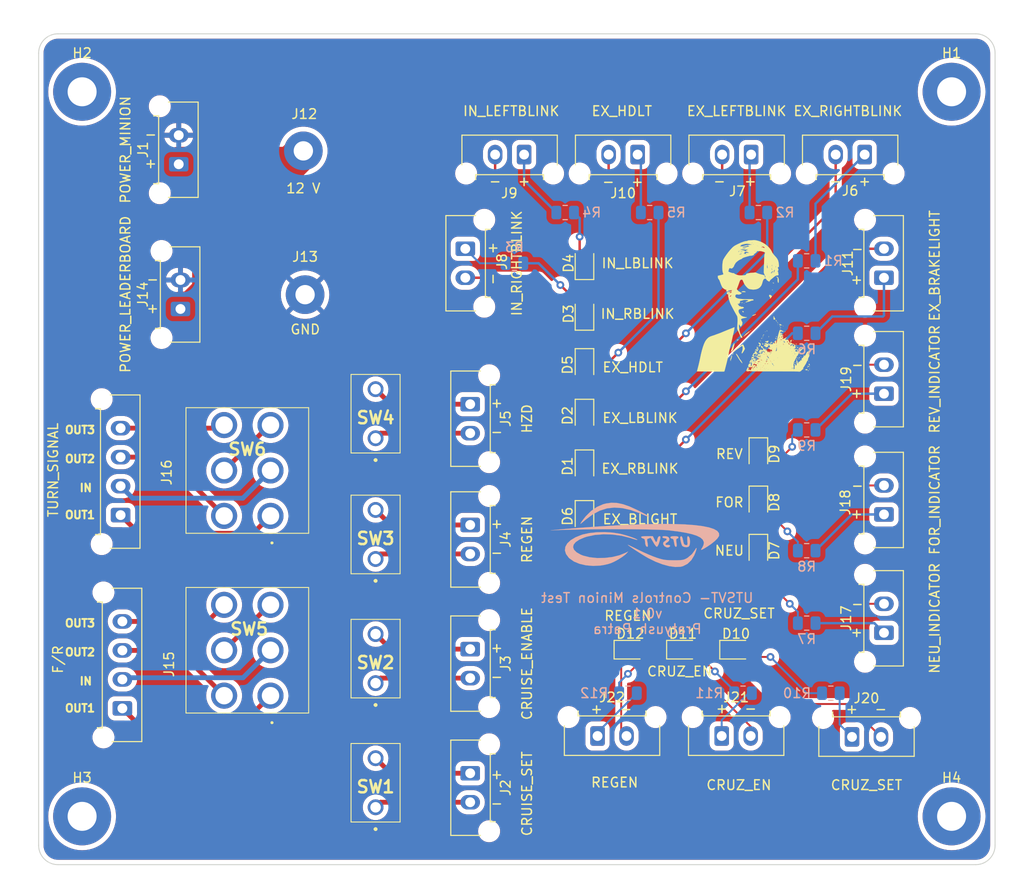
<source format=kicad_pcb>
(kicad_pcb (version 20211014) (generator pcbnew)
  (layers (0 "F.Cu" signal) (31 "B.Cu" signal) (34 "B.Paste" user) (35 "F.Paste" user) (36 "B.SilkS" user "B.Silkscreen") (37 "F.SilkS" user "F.Silkscreen") (38 "B.Mask" user) (39 "F.Mask" user) (44 "Edge.Cuts" user))
  (net 0 "")
  (net 1 "Net-(D1-Pad1)")
  (net 2 "Net-(D1-Pad2)")
  (net 3 "Net-(D2-Pad1)")
  (net 4 "Net-(D2-Pad2)")
  (net 5 "Net-(D3-Pad1)")
  (net 6 "Net-(D3-Pad2)")
  (net 7 "Net-(D4-Pad1)")
  (net 8 "Net-(D4-Pad2)")
  (net 9 "Net-(D5-Pad1)")
  (net 10 "Net-(D5-Pad2)")
  (net 11 "Net-(D6-Pad1)")
  (net 12 "Net-(D6-Pad2)")
  (net 13 "Net-(D7-Pad1)")
  (net 14 "Net-(D7-Pad2)")
  (net 15 "Net-(D8-Pad1)")
  (net 16 "Net-(D8-Pad2)")
  (net 17 "Net-(D9-Pad1)")
  (net 18 "Net-(D9-Pad2)")
  (net 19 "Net-(D10-Pad1)")
  (net 20 "Net-(D10-Pad2)")
  (net 21 "Net-(D11-Pad1)")
  (net 22 "Net-(D11-Pad2)")
  (net 23 "Net-(D12-Pad1)")
  (net 24 "Net-(D12-Pad2)")
  (net 25 "Net-(J1-Pad1)")
  (net 26 "GND")
  (net 27 "Net-(J2-Pad1)")
  (net 28 "Net-(J2-Pad2)")
  (net 29 "Net-(J3-Pad1)")
  (net 30 "Net-(J3-Pad2)")
  (net 31 "Net-(J4-Pad1)")
  (net 32 "Net-(J4-Pad2)")
  (net 33 "Net-(J5-Pad1)")
  (net 34 "Net-(J5-Pad2)")
  (net 35 "Net-(J6-Pad1)")
  (net 36 "Net-(J7-Pad1)")
  (net 37 "Net-(J8-Pad1)")
  (net 38 "Net-(J9-Pad1)")
  (net 39 "Net-(J10-Pad1)")
  (net 40 "Net-(J11-Pad1)")
  (net 41 "Net-(J15-Pad1)")
  (net 42 "Net-(J15-Pad2)")
  (net 43 "Net-(J15-Pad3)")
  (net 44 "Net-(J15-Pad4)")
  (net 45 "Net-(J16-Pad1)")
  (net 46 "Net-(J16-Pad2)")
  (net 47 "Net-(J16-Pad3)")
  (net 48 "Net-(J16-Pad4)")
  (net 49 "Net-(J17-Pad1)")
  (net 50 "Net-(J18-Pad1)")
  (net 51 "Net-(J19-Pad1)")
  (net 52 "Net-(J20-Pad1)")
  (net 53 "Net-(J21-Pad1)")
  (net 54 "Net-(J22-Pad1)")
  (net 55 "Net-(SW5-Pad3)")
  (net 56 "Net-(SW6-Pad3)")
  (footprint "Connector_Molex:Molex_Micro-Fit_3.0_43650-0215_1x02_P3.00mm_Vertical" (layer "F.Cu") (at 116 39 180)
    (fp_text reference "J6")
    (fp_text value "EX_RIGHTBLINK")
  )
  (footprint "LED_SMD:LED_0805_2012Metric" (layer "F.Cu") (at 102.6875 90.25)
    (fp_text reference "D10")
    (fp_text value "CRUZ_SET")
  )
  (footprint "Connector_Molex:Molex_Micro-Fit_3.0_43650-0215_1x02_P3.00mm_Vertical" (layer "F.Cu") (at 118 88.5 90)
    (fp_text reference "J17")
    (fp_text value "NEU_INDICATOR")
  )
  (footprint "Connector_Molex:Molex_Micro-Fit_3.0_43650-0215_1x02_P3.00mm_Vertical" (layer "F.Cu") (at 75.1699 103.04 -90)
    (fp_text reference "J2")
    (fp_text value "CRUISE_SET")
  )
  (footprint "MountingHole:MountingHole_3mm_Pad" (layer "F.Cu") (at 125 32.5)
    (fp_text reference "H1")
    (fp_text value "MountingHole")
  )
  (footprint "Connector_Molex:Molex_Micro-Fit_3.0_43650-0215_1x02_P3.00mm_Vertical" (layer "F.Cu") (at 114.692 99.277)
    (fp_text reference "J20")
    (fp_text value "CRUZ_SET")
  )
  (footprint "LED_SMD:LED_0805_2012Metric" (layer "F.Cu") (at 97.1875 90.25)
    (fp_text reference "D11")
    (fp_text value "CRUZ_EN")
  )
  (footprint "Connector_Molex:Molex_Micro-Fit_3.0_43650-0215_1x02_P3.00mm_Vertical" (layer "F.Cu") (at 74.665 48.75 -90)
    (fp_text reference "J8")
    (fp_text value "IN_RIGHTBLINK")
  )
  (footprint "MountingHole:MountingHole_3mm_Pad" (layer "F.Cu") (at 125 107.5)
    (fp_text reference "H4")
    (fp_text value "MountingHole")
  )
  (footprint "Connector_Molex:Molex_Micro-Fit_3.0_43650-0215_1x02_P3.00mm_Vertical" (layer "F.Cu") (at 45.18 54.9825 90)
    (fp_text reference "J14")
    (fp_text value "POWER_LEADERBOARD")
  )
  (footprint "UTSVT_Special:M2024SS1W03BC" (layer "F.Cu") (at 54.5 76.4 180)
    (fp_text reference "SW6")
    (fp_text value "TURN_SIGNAL_SW" hide)
  )
  (footprint "UTSVT_Special:Hallock_Image_Tiny" (layer "F.Cu") (at 104 54.48)
    (fp_text reference "LOGO1" hide)
    (fp_text value "Logo_Placeholder" hide)
  )
  (footprint "Connector_Molex:Molex_Micro-Fit_3.0_43650-0215_1x02_P3.00mm_Vertical" (layer "F.Cu") (at 75.1699 77.34 -90)
    (fp_text reference "J4")
    (fp_text value "REGEN")
  )
  (footprint "LED_SMD:LED_0805_2012Metric" (layer "F.Cu") (at 105 70 -90)
    (fp_text reference "D9")
    (fp_text value "REV")
  )
  (footprint "Connector_Molex:Molex_Micro-Fit_3.0_43650-0415_1x04_P3.00mm_Vertical" (layer "F.Cu") (at 39.16755 96.325685 90)
    (fp_text reference "J15")
    (fp_text value "F/R")
  )
  (footprint "UTSVT_Connectors:Banana_Jack_1_Pin_4mm" (layer "F.Cu") (at 58.08 53.5 180)
    (fp_text reference "J13")
    (fp_text value "GND")
  )
  (footprint "LED_SMD:LED_0805_2012Metric" (layer "F.Cu") (at 87 71.258 -90)
    (fp_text reference "D1")
    (fp_text value "EX_RBLINK")
  )
  (footprint "Connector_Molex:Molex_Micro-Fit_3.0_43650-0215_1x02_P3.00mm_Vertical" (layer "F.Cu") (at 80.75 39 180)
    (fp_text reference "J9")
    (fp_text value "IN_LEFTBLINK")
  )
  (footprint "Connector_Molex:Molex_Micro-Fit_3.0_43650-0415_1x04_P3.00mm_Vertical" (layer "F.Cu") (at 38.98255 76.3175 90)
    (fp_text reference "J16")
    (fp_text value "TURN_SIGNAL")
  )
  (footprint "LED_SMD:LED_0805_2012Metric" (layer "F.Cu") (at 87 76.5 -90)
    (fp_text reference "D6")
    (fp_text value "EX_BLIGHT")
  )
  (footprint "LED_SMD:LED_0805_2012Metric" (layer "F.Cu") (at 91.75 90.25)
    (fp_text reference "D12")
    (fp_text value "REGEN")
  )
  (footprint "Connector_Molex:Molex_Micro-Fit_3.0_43650-0215_1x02_P3.00mm_Vertical" (layer "F.Cu") (at 104.25 39 180)
    (fp_text reference "J7")
    (fp_text value "EX_LEFTBLINK")
  )
  (footprint "LED_SMD:LED_0805_2012Metric" (layer "F.Cu") (at 105 75 -90)
    (fp_text reference "D8")
    (fp_text value "FOR")
  )
  (footprint "MountingHole:MountingHole_3mm_Pad" (layer "F.Cu") (at 35 107.5)
    (fp_text reference "H3")
    (fp_text value "MountingHole")
  )
  (footprint "UTSVT_Special:2MS6T1B3M2QES" (layer "F.Cu") (at 65.3775 93.7125)
    (fp_text reference "SW2")
    (fp_text value "CRUISE_ENABLE_SW" hide)
  )
  (footprint "MountingHole:MountingHole_3mm_Pad" (layer "F.Cu") (at 35 32.5)
    (fp_text reference "H2")
    (fp_text value "MountingHole")
  )
  (footprint "LED_SMD:LED_0805_2012Metric" (layer "F.Cu") (at 87 55.492 90)
    (fp_text reference "D3")
    (fp_text value "IN_RBLINK")
  )
  (footprint "UTSVT_Special:2MS6T1B3M2QES" (layer "F.Cu") (at 65.3775 68.3625)
    (fp_text reference "SW4")
    (fp_text value "HZD_SW" hide)
  )
  (footprint "Connector_Molex:Molex_Micro-Fit_3.0_43650-0215_1x02_P3.00mm_Vertical" (layer "F.Cu") (at 75.1699 90.19 -90)
    (fp_text reference "J3")
    (fp_text value "CRUISE_ENABLE")
  )
  (footprint "Connector_Molex:Molex_Micro-Fit_3.0_43650-0215_1x02_P3.00mm_Vertical" (layer "F.Cu") (at 92.5 39 180)
    (fp_text reference "J10")
    (fp_text value "EX_HDLT")
  )
  (footprint "Connector_Molex:Molex_Micro-Fit_3.0_43650-0215_1x02_P3.00mm_Vertical" (layer "F.Cu") (at 75.1699 64.84 -90)
    (fp_text reference "J5")
    (fp_text value "HZD")
  )
  (footprint "Connector_Molex:Molex_Micro-Fit_3.0_43650-0215_1x02_P3.00mm_Vertical" (layer "F.Cu") (at 101.202 99.184)
    (fp_text reference "J21")
    (fp_text value "CRUZ_EN")
  )
  (footprint "LED_SMD:LED_0805_2012Metric" (layer "F.Cu") (at 87 60.774 -90)
    (fp_text reference "D5")
    (fp_text value "EX_HDLT")
  )
  (footprint "LED_SMD:LED_0805_2012Metric" (layer "F.Cu") (at 87 50.25 90)
    (fp_text reference "D4")
    (fp_text value "IN_LBLINK")
  )
  (footprint "UTSVT_Special:2MS6T1B3M2QES" (layer "F.Cu") (at 65.3775 80.8625)
    (fp_text reference "SW3")
    (fp_text value "REGEN_SW" hide)
  )
  (footprint "LED_SMD:LED_0805_2012Metric" (layer "F.Cu") (at 87 66.016 -90)
    (fp_text reference "D2")
    (fp_text value "EX_LBLINK")
  )
  (footprint "Connector_Molex:Molex_Micro-Fit_3.0_43650-0215_1x02_P3.00mm_Vertical" (layer "F.Cu") (at 45 40 90)
    (fp_text reference "J1")
    (fp_text value "POWER_MINION")
  )
  (footprint "Connector_Molex:Molex_Micro-Fit_3.0_43650-0215_1x02_P3.00mm_Vertical" (layer "F.Cu") (at 118 76.25 90)
    (fp_text reference "J18")
    (fp_text value "FOR_INDICATOR")
  )
  (footprint "UTSVT_Special:M2024SS1W03BC" (layer "F.Cu") (at 54.5 95.008185 180)
    (fp_text reference "SW5")
    (fp_text value "F/R" hide)
  )
  (footprint "Connector_Molex:Molex_Micro-Fit_3.0_43650-0215_1x02_P3.00mm_Vertical" (layer "F.Cu") (at 118 63.75 90)
    (fp_text reference "J19")
    (fp_text value "REV_INDICATOR")
  )
  (footprint "Connector_Molex:Molex_Micro-Fit_3.0_43650-0215_1x02_P3.00mm_Vertical" (layer "F.Cu") (at 88.35175 99.184)
    (fp_text reference "J22")
    (fp_text value "REGEN")
  )
  (footprint "UTSVT_Special:2MS6T1B3M2QES" (layer "F.Cu") (at 65.3775 106.5625)
    (fp_text reference "SW1")
    (fp_text value "CRUISE_SET_SW" hide)
  )
  (footprint "Connector_Molex:Molex_Micro-Fit_3.0_43650-0215_1x02_P3.00mm_Vertical" (layer "F.Cu") (at 118 51.75 90)
    (fp_text reference "J11")
    (fp_text value "EX_BRAKELIGHT")
  )
  (footprint "LED_SMD:LED_0805_2012Metric" (layer "F.Cu") (at 105 80 -90)
    (fp_text reference "D7")
    (fp_text value "NEU")
  )
  (footprint "UTSVT_Connectors:Banana_Jack_1_Pin_4mm" (layer "F.Cu") (at 57.9 38.6175 180)
    (fp_text reference "J12")
    (fp_text value "+12V")
  )
  (footprint "Resistor_SMD:R_0805_2012Metric" (layer "B.Cu") (at 110 67.5)
    (fp_text reference "R9")
    (fp_text value "330")
  )
  (footprint "Resistor_SMD:R_0805_2012Metric" (layer "B.Cu") (at 105 45 180)
    (fp_text reference "R2")
    (fp_text value "4.7k")
  )
  (footprint "Resistor_SMD:R_0805_2012Metric" (layer "B.Cu") (at 85 45 180)
    (fp_text reference "R4")
    (fp_text value "4.7k")
  )
  (footprint "Resistor_SMD:R_0805_2012Metric" (layer "B.Cu") (at 110 87.5)
    (fp_text reference "R7")
    (fp_text value "330")
  )
  (footprint "UTSVT_Special:UTSVT_Logo_Symbol" (layer "B.Cu") (at 92.5 78.5 180)
    (fp_text reference "LOGO2" hide)
    (fp_text value "Logo_Placeholder" hide)
  )
  (footprint "Resistor_SMD:R_0805_2012Metric" (layer "B.Cu") (at 93.75 45 180)
    (fp_text reference "R5")
    (fp_text value "4.7k")
  )
  (footprint "Resistor_SMD:R_0805_2012Metric" (layer "B.Cu") (at 91.5 94.75)
    (fp_text reference "R12")
    (fp_text value "330")
  )
  (footprint "Resistor_SMD:R_0805_2012Metric" (layer "B.Cu") (at 103.4125 94.75)
    (fp_text reference "R11")
    (fp_text value "330")
  )
  (footprint "Resistor_SMD:R_0805_2012Metric" (layer "B.Cu") (at 112.5 94.75)
    (fp_text reference "R10")
    (fp_text value "330")
  )
  (footprint "Resistor_SMD:R_0805_2012Metric" (layer "B.Cu") (at 110 80)
    (fp_text reference "R8")
    (fp_text value "330")
  )
  (footprint "Resistor_SMD:R_0805_2012Metric" (layer "B.Cu") (at 110 57.5)
    (fp_text reference "R6")
    (fp_text value "4,7k")
  )
  (footprint "Resistor_SMD:R_0805_2012Metric" (layer "B.Cu") (at 110 50)
    (fp_text reference "R1")
    (fp_text value "4.7k")
  )
  (footprint "Resistor_SMD:R_0805_2012Metric" (layer "B.Cu") (at 79.75 50.25 180)
    (fp_text reference "R3")
    (fp_text value "4.7k")
  )
  (gr_line (start 32.5 112.5) (end 127.5 112.5) (layer "Edge.Cuts") (width 0.1))
  (gr_line (start 32.5 26.5) (end 127.5 26.5) (layer "Edge.Cuts") (width 0.1))
  (gr_arc (start 30.5 28.5) (mid 31.085786 27.085786) (end 32.5 26.5) (layer "Edge.Cuts") (width 0.1))
  (gr_line (start 129.5 110.5) (end 129.5 28.5) (layer "Edge.Cuts") (width 0.1))
  (gr_line (start 30.5 110.5) (end 30.5 28.5) (layer "Edge.Cuts") (width 0.1))
  (gr_arc (start 129.5 110.5) (mid 128.914214 111.914214) (end 127.5 112.5) (layer "Edge.Cuts") (width 0.1))
  (gr_arc (start 127.5 26.5) (mid 128.914214 27.085786) (end 129.5 28.5) (layer "Edge.Cuts") (width 0.1))
  (gr_arc (start 32.5 112.5) (mid 31.085786 111.914214) (end 30.5 110.5) (layer "Edge.Cuts") (width 0.1))
  (gr_text "UTSVT- Controls Minion Test\nv0.1\nPratyush Patra" (at 93.5 86.5) (layer "B.SilkS") (effects (font (size 1 1)) (justify mirror)))
  (gr_text "+" (at 88.252 96.37675) (layer "F.SilkS") (effects (font (size 1 1))))
  (gr_text "+" (at 115.25 88.5 270) (layer "F.SilkS") (effects (font (size 1 1))))
  (gr_text "-\n" (at 77.75 41.75) (layer "F.SilkS") (effects (font (size 1 1))))
  (gr_text "-\n" (at 42.3 51.9) (layer "F.SilkS") (effects (font (size 1 1))))
  (gr_text "-\n" (at 42.1 36.9) (layer "F.SilkS") (effects (font (size 1 1))))
  (gr_text "+" (at 42.1 39.9) (layer "F.SilkS") (effects (font (size 1 1))))
  (gr_text "+" (at 115.25 52 270) (layer "F.SilkS") (effects (font (size 1 1))))
  (gr_text "+" (at 101.232 96.469 180) (layer "F.SilkS") (effects (font (size 1 1))))
  (gr_text "+" (at 116 41.75) (layer "F.SilkS") (effects (font (size 1 1))))
  (gr_text "IN" (at 35.38255 73.5) (layer "F.SilkS") (effects (font (size 0.8 0.8) (thickness 0.2))))
  (gr_text "-\n" (at 91.3 96.37675) (layer "F.SilkS") (effects (font (size 1 1))))
  (gr_text "-\n" (at 100.97 41.75) (layer "F.SilkS") (effects (font (size 1 1))))
  (gr_text "-\n" (at 77.465 51.88 90) (layer "F.SilkS") (effects (font (size 1 1))))
  (gr_text "OUT2" (at 34.78255 70.5) (layer "F.SilkS") (effects (font (size 0.8 0.8) (thickness 0.2))))
  (gr_text "IN" (at 35.38255 93.508185) (layer "F.SilkS") (effects (font (size 0.8 0.8) (thickness 0.2))))
  (gr_text "-\n" (at 115.25 48.75) (layer "F.SilkS") (effects (font (size 1 1))))
  (gr_text "-\n" (at 115.25 73.25) (layer "F.SilkS") (effects (font (size 1 1))))
  (gr_text "OUT1" (at 34.78255 96.308185) (layer "F.SilkS") (effects (font (size 0.8 0.8) (thickness 0.2))))
  (gr_text "-\n" (at 77.9199 67.84 180) (layer "F.SilkS") (effects (font (size 1 1))))
  (gr_text "+" (at 42.3 54.9) (layer "F.SilkS") (effects (font (size 1 1))))
  (gr_text "-\n" (at 113 41.75) (layer "F.SilkS") (effects (font (size 1 1))))
  (gr_text "+" (at 114.672 96.527 180) (layer "F.SilkS") (effects (font (size 1 1))))
  (gr_text "+" (at 92.47 41.8) (layer "F.SilkS") (effects (font (size 1 1))))
  (gr_text "OUT3" (at 34.78255 87.508185) (layer "F.SilkS") (effects (font (size 0.8 0.8) (thickness 0.2))))
  (gr_text "+" (at 77.9199 90.19 180) (layer "F.SilkS") (effects (font (size 1 1))))
  (gr_text "OUT2" (at 34.78255 90.508185) (layer "F.SilkS") (effects (font (size 0.8 0.8) (thickness 0.2))))
  (gr_text "+" (at 77.465 48.68 90) (layer "F.SilkS") (effects (font (size 1 1))))
  (gr_text "-\n" (at 117.672 96.527 180) (layer "F.SilkS") (effects (font (size 1 1))))
  (gr_text "+" (at 104.17 41.75) (layer "F.SilkS") (effects (font (size 1 1))))
  (gr_text "+" (at 115.25 76.25 270) (layer "F.SilkS") (effects (font (size 1 1))))
  (gr_text "+" (at 115.25 63.75 270) (layer "F.SilkS") (effects (font (size 1 1))))
  (gr_text "+" (at 77.9199 77.34 180) (layer "F.SilkS") (effects (font (size 1 1))))
  (gr_text "-\n" (at 77.9199 93.19 180) (layer "F.SilkS") (effects (font (size 1 1))))
  (gr_text "+" (at 77.9199 103.29 180) (layer "F.SilkS") (effects (font (size 1 1))))
  (gr_text "+" (at 80.75 41.75) (layer "F.SilkS") (effects (font (size 1 1))))
  (gr_text "-\n" (at 115.25 60.75) (layer "F.SilkS") (effects (font (size 1 1))))
  (gr_text "OUT1" (at 34.78255 76.3) (layer "F.SilkS") (effects (font (size 0.8 0.8) (thickness 0.2))))
  (gr_text "+" (at 77.9199 64.84 180) (layer "F.SilkS") (effects (font (size 1 1))))
  (gr_text "-\n" (at 77.9199 80.34 180) (layer "F.SilkS") (effects (font (size 1 1))))
  (gr_text "-\n" (at 89.47 41.8) (layer "F.SilkS") (effects (font (size 1 1))))
  (gr_text "OUT3" (at 34.78255 67.5) (layer "F.SilkS") (effects (font (size 0.8 0.8) (thickness 0.2))))
  (gr_text "-\n" (at 77.9199 106.29 180) (layer "F.SilkS") (effects (font (size 1 1))))
  (gr_text "-\n" (at 115.25 85.5) (layer "F.SilkS") (effects (font (size 1 1))))
  (gr_text "12 V" (at 57.9 42.5) (layer "F.SilkS") (effects (font (size 1 1))))
  (gr_text "-\n" (at 104.202 96.469 180) (layer "F.SilkS") (effects (font (size 1 1))))
  (segment (start 113 44.3205) (end 87 70.3205) (width 0.25) (layer "F.Cu") (net 1))
  (segment (start 113 39) (end 113 44.3205) (width 0.25) (layer "F.Cu") (net 1))
  (segment (start 88.8045 72.1955) (end 87 72.1955) (width 0.25) (layer "F.Cu") (net 2))
  (segment (start 97.5 63.5) (end 88.8045 72.1955) (width 0.25) (layer "F.Cu") (net 2))
  (via (at 97.5 63.5) (size 0.8) (drill 0.4) (layers "F.Cu" "B.Cu") (net 2))
  (segment (start 109.0875 51.9125) (end 97.5 63.5) (width 0.25) (layer "B.Cu") (net 2))
  (segment (start 109.0875 50) (end 109.0875 51.9125) (width 0.25) (layer "B.Cu") (net 2))
  (segment (start 101.25 50.8285) (end 87 65.0785) (width 0.25) (layer "F.Cu") (net 3))
  (segment (start 101.25 39) (end 101.25 50.8285) (width 0.25) (layer "F.Cu") (net 3))
  (segment (start 88.0465 66.9535) (end 97.5 57.5) (width 0.25) (layer "F.Cu") (net 4))
  (segment (start 87 66.9535) (end 88.0465 66.9535) (width 0.25) (layer "F.Cu") (net 4))
  (via (at 97.5 57.5) (size 0.8) (drill 0.4) (layers "F.Cu" "B.Cu") (net 4))
  (segment (start 105.9125 49.0875) (end 105.9125 45) (width 0.25) (layer "B.Cu") (net 4))
  (segment (start 97.5 57.5) (end 105.9125 49.0875) (width 0.25) (layer "B.Cu") (net 4))
  (segment (start 74.665 51.75) (end 82.3205 51.75) (width 0.25) (layer "F.Cu") (net 5))
  (segment (start 82.3205 51.75) (end 87 56.4295) (width 0.25) (layer "F.Cu") (net 5))
  (segment (start 87 54.5545) (end 86.5545 54.5545) (width 0.25) (layer "F.Cu") (net 6))
  (segment (start 86.5545 54.5545) (end 84.5 52.5) (width 0.25) (layer "F.Cu") (net 6))
  (via (at 84.5 52.5) (size 0.8) (drill 0.4) (layers "F.Cu" "B.Cu") (net 6))
  (segment (start 82.25 50.25) (end 80.6625 50.25) (width 0.25) (layer "B.Cu") (net 6))
  (segment (start 84.5 52.5) (end 82.25 50.25) (width 0.25) (layer "B.Cu") (net 6))
  (segment (start 77.75 41.9375) (end 87 51.1875) (width 0.25) (layer "F.Cu") (net 7))
  (segment (start 77.75 39) (end 77.75 41.9375) (width 0.25) (layer "F.Cu") (net 7))
  (segment (start 86.5 47.5) (end 86.5 48.8125) (width 0.25) (layer "F.Cu") (net 8))
  (segment (start 86.5 48.8125) (end 87 49.3125) (width 0.25) (layer "F.Cu") (net 8))
  (via (at 86.5 47.5) (size 0.8) (drill 0.4) (layers "F.Cu" "B.Cu") (net 8))
  (segment (start 85.9125 45) (end 86.5 45.5875) (width 0.25) (layer "B.Cu") (net 8))
  (segment (start 86.5 45.5875) (end 86.5 47.5) (width 0.25) (layer "B.Cu") (net 8))
  (segment (start 87 59.8365) (end 89.5 57.3365) (width 0.25) (layer "F.Cu") (net 9))
  (segment (start 89.5 57.3365) (end 89.5 39) (width 0.25) (layer "F.Cu") (net 9))
  (segment (start 90.5 59.5) (end 88.2885 61.7115) (width 0.25) (layer "F.Cu") (net 10))
  (segment (start 88.2885 61.7115) (end 87 61.7115) (width 0.25) (layer "F.Cu") (net 10))
  (via (at 90.5 59.5) (size 0.8) (drill 0.4) (layers "F.Cu" "B.Cu") (net 10))
  (segment (start 94.6625 45) (end 94.6625 55.3375) (width 0.25) (layer "B.Cu") (net 10))
  (segment (start 94.6625 55.3375) (end 90.5 59.5) (width 0.25) (layer "B.Cu") (net 10))
  (segment (start 113.8125 48.75) (end 87 75.5625) (width 0.25) (layer "F.Cu") (net 11))
  (segment (start 118 48.75) (end 113.8125 48.75) (width 0.25) (layer "F.Cu") (net 11))
  (segment (start 87 77.4375) (end 88.5625 77.4375) (width 0.25) (layer "F.Cu") (net 12))
  (segment (start 88.5625 77.4375) (end 97.5 68.5) (width 0.25) (layer "F.Cu") (net 12))
  (via (at 97.5 68.5) (size 0.8) (drill 0.4) (layers "F.Cu" "B.Cu") (net 12))
  (segment (start 97.5 68.5) (end 108.5 57.5) (width 0.25) (layer "B.Cu") (net 12))
  (segment (start 108.5 57.5) (end 109.0875 57.5) (width 0.25) (layer "B.Cu") (net 12))
  (segment (start 111.4375 85.5) (end 118 85.5) (width 0.2) (layer "F.Cu") (net 13))
  (segment (start 105 79.0625) (end 111.4375 85.5) (width 0.2) (layer "F.Cu") (net 13))
  (segment (start 108.25 85.5) (end 105 82.25) (width 0.2) (layer "F.Cu") (net 14))
  (segment (start 105 82.25) (end 105 80.9375) (width 0.2) (layer "F.Cu") (net 14))
  (via (at 108.25 85.5) (size 0.8) (drill 0.4) (layers "F.Cu" "B.Cu") (net 14))
  (segment (start 108.25 85.5) (end 109.0875 86.3375) (width 0.2) (layer "B.Cu") (net 14))
  (segment (start 109.0875 86.3375) (end 109.0875 87.5) (width 0.2) (layer "B.Cu") (net 14))
  (segment (start 105 74.0625) (end 105.8125 73.25) (width 0.2) (layer "F.Cu") (net 15))
  (segment (start 105.8125 73.25) (end 118.085 73.25) (width 0.2) (layer "F.Cu") (net 15))
  (segment (start 105.9375 75.9375) (end 105 75.9375) (width 0.2) (layer "F.Cu") (net 16))
  (segment (start 108 78) (end 105.9375 75.9375) (width 0.2) (layer "F.Cu") (net 16))
  (via (at 108 78) (size 0.8) (drill 0.4) (layers "F.Cu" "B.Cu") (net 16))
  (segment (start 109.0875 79.0875) (end 109.0875 80) (width 0.2) (layer "B.Cu") (net 16))
  (segment (start 108 78) (end 109.0875 79.0875) (width 0.2) (layer "B.Cu") (net 16))
  (segment (start 105 69.0625) (end 113.3125 60.75) (width 0.2) (layer "F.Cu") (net 17))
  (segment (start 113.3125 60.75) (end 118 60.75) (width 0.2) (layer "F.Cu") (net 17))
  (segment (start 108.5 69.25) (end 106.8125 70.9375) (width 0.2) (layer "F.Cu") (net 18))
  (segment (start 106.8125 70.9375) (end 105 70.9375) (width 0.2) (layer "F.Cu") (net 18))
  (via (at 108.5 69.25) (size 0.8) (drill 0.4) (layers "F.Cu" "B.Cu") (net 18))
  (segment (start 108.5 68.0875) (end 109.0875 67.5) (width 0.2) (layer "B.Cu") (net 18))
  (segment (start 108.5 69.25) (end 108.5 68.0875) (width 0.2) (layer "B.Cu") (net 18))
  (segment (start 117.692 99.277) (end 114.286998 95.871998) (width 0.2) (layer "F.Cu") (net 19))
  (segment (start 107.371998 95.871998) (end 101.75 90.25) (width 0.2) (layer "F.Cu") (net 19))
  (segment (start 114.286998 95.871998) (end 107.371998 95.871998) (width 0.2) (layer "F.Cu") (net 19))
  (segment (start 106.25 91) (end 104.375 91) (width 0.2) (layer "F.Cu") (net 20))
  (segment (start 104.375 91) (end 103.625 90.25) (width 0.2) (layer "F.Cu") (net 20))
  (via (at 106.25 91) (size 0.8) (drill 0.4) (layers "F.Cu" "B.Cu") (net 20))
  (segment (start 106.25 91) (end 110 94.75) (width 0.2) (layer "B.Cu") (net 20))
  (segment (start 110 94.75) (end 111.5875 94.75) (width 0.2) (layer "B.Cu") (net 20))
  (segment (start 104.202 98.202) (end 96.25 90.25) (width 0.2) (layer "F.Cu") (net 21))
  (segment (start 104.202 99.184) (end 104.202 98.202) (width 0.2) (layer "F.Cu") (net 21))
  (segment (start 98.25 90.25) (end 98.125 90.25) (width 0.2) (layer "F.Cu") (net 22))
  (segment (start 100.5 92.5) (end 98.25 90.25) (width 0.2) (layer "F.Cu") (net 22))
  (via (at 100.5 92.5) (size 0.8) (drill 0.4) (layers "F.Cu" "B.Cu") (net 22))
  (segment (start 102.5 94.5) (end 102.5 94.75) (width 0.2) (layer "B.Cu") (net 22))
  (segment (start 100.5 92.5) (end 102.5 94.5) (width 0.2) (layer "B.Cu") (net 22))
  (segment (start 90.8 98.63225) (end 90.8 90.2625) (width 0.2) (layer "F.Cu") (net 23))
  (segment (start 91.35175 99.184) (end 90.8 98.63225) (width 0.2) (layer "F.Cu") (net 23))
  (segment (start 92.6875 91.5625) (end 91.5 92.75) (width 0.2) (layer "F.Cu") (net 24))
  (segment (start 92.6875 90.25) (end 92.6875 91.5625) (width 0.2) (layer "F.Cu") (net 24))
  (via (at 91.5 92.75) (size 0.8) (drill 0.4) (layers "F.Cu" "B.Cu") (net 24))
  (segment (start 90.5875 93.6625) (end 91.5 92.75) (width 0.2) (layer "B.Cu") (net 24))
  (segment (start 90.5875 94.75) (end 90.5875 93.6625) (width 0.2) (layer "B.Cu") (net 24))
  (segment (start 48.19 43.19) (end 45 40) (width 3.6) (layer "F.Cu") (net 25))
  (segment (start 46.329087 54.9825) (end 48.19 53.121587) (width 3.6) (layer "F.Cu") (net 25))
  (segment (start 45.18 54.9825) (end 46.329087 54.9825) (width 3.6) (layer "F.Cu") (net 25))
  (segment (start 56.5175 40) (end 57.9 38.6175) (width 3.6) (layer "F.Cu") (net 25))
  (segment (start 48.19 53.121587) (end 48.19 43.19) (width 3.6) (layer "F.Cu") (net 25))
  (segment (start 45 40) (end 56.5175 40) (width 3.6) (layer "F.Cu") (net 25))
  (segment (start 66.935 103.04) (end 65.3775 101.4825) (width 0.5) (layer "F.Cu") (net 27))
  (segment (start 75.1699 103.04) (end 66.935 103.04) (width 0.5) (layer "F.Cu") (net 27))
  (segment (start 65.9 106.04) (end 65.3775 106.5625) (width 0.5) (layer "F.Cu") (net 28))
  (segment (start 75.1699 106.04) (end 65.9 106.04) (width 0.5) (layer "F.Cu") (net 28))
  (segment (start 75.1699 90.19) (end 66.935 90.19) (width 0.5) (layer "F.Cu") (net 29))
  (segment (start 66.935 90.19) (end 65.3775 88.6325) (width 0.5) (layer "F.Cu") (net 29))
  (segment (start 65.9 93.19) (end 65.3775 93.7125) (width 0.5) (layer "F.Cu") (net 30))
  (segment (start 75.1699 93.19) (end 65.9 93.19) (width 0.5) (layer "F.Cu") (net 30))
  (segment (start 75.1699 77.34) (end 66.935 77.34) (width 0.5) (layer "F.Cu") (net 31))
  (segment (start 66.935 77.34) (end 65.3775 75.7825) (width 0.5) (layer "F.Cu") (net 31))
  (segment (start 75.1699 80.34) (end 65.9 80.34) (width 0.5) (layer "F.Cu") (net 32))
  (segment (start 65.9 80.34) (end 65.3775 80.8625) (width 0.5) (layer "F.Cu") (net 32))
  (segment (start 75.1699 64.84) (end 66.935 64.84) (width 0.5) (layer "F.Cu") (net 33))
  (segment (start 66.935 64.84) (end 65.3775 63.2825) (width 0.5) (layer "F.Cu") (net 33))
  (segment (start 75.1699 67.84) (end 65.9 67.84) (width 0.5) (layer "F.Cu") (net 34))
  (segment (start 65.9 67.84) (end 65.3775 68.3625) (width 0.5) (layer "F.Cu") (net 34))
  (segment (start 116 39) (end 110.9125 44.0875) (width 0.25) (layer "B.Cu") (net 35))
  (segment (start 110.9125 44.0875) (end 110.9125 50) (width 0.25) (layer "B.Cu") (net 35))
  (segment (start 104.25 39) (end 104.0875 39.1625) (width 0.25) (layer "B.Cu") (net 36))
  (segment (start 104.0875 39.1625) (end 104.0875 45) (width 0.25) (layer "B.Cu") (net 36))
  (segment (start 78.8375 50.25) (end 76.165 50.25) (width 0.2) (layer "B.Cu") (net 37))
  (segment (start 76.165 50.25) (end 74.665 48.75) (width 0.2) (layer "B.Cu") (net 37))
  (segment (start 80.75 39) (end 80.75 41.6625) (width 0.25) (layer "B.Cu") (net 38))
  (segment (start 80.75 41.6625) (end 84.0875 45) (width 0.25) (layer "B.Cu") (net 38))
  (segment (start 92.8375 39.3375) (end 92.5 39) (width 0.25) (layer "B.Cu") (net 39))
  (segment (start 92.8375 45) (end 92.8375 39.3375) (width 0.25) (layer "B.Cu") (net 39))
  (segment (start 118 55.646713) (end 117.886712 55.760001) (width 0.25) (layer "B.Cu") (net 40))
  (segment (start 118 51.75) (end 118 55.646713) (width 0.25) (layer "B.Cu") (net 40))
  (segment (start 117.886712 55.760001) (end 112.652499 55.760001) (width 0.25) (layer "B.Cu") (net 40))
  (segment (start 112.652499 55.760001) (end 110.9125 57.5) (width 0.25) (layer "B.Cu") (net 40))
  (segment (start 39.16755 96.325685) (end 40.446418 97.604553) (width 0.5) (layer "F.Cu") (net 41))
  (segment (start 51.903632 97.604553) (end 54.5 95.008185) (width 0.5) (layer "F.Cu") (net 41))
  (segment (start 40.446418 97.604553) (end 51.903632 97.604553) (width 0.5) (layer "F.Cu") (net 41))
  (segment (start 39.343235 93.15) (end 51.658185 93.15) (width 0.5) (layer "B.Cu") (net 42))
  (segment (start 51.658185 93.15) (end 54.5 90.308185) (width 0.5) (layer "B.Cu") (net 42))
  (segment (start 39.16755 93.325685) (end 39.343235 93.15) (width 0.5) (layer "B.Cu") (net 42))
  (segment (start 45.0175 90.325685) (end 49.7 95.008185) (width 0.5) (layer "F.Cu") (net 43))
  (segment (start 39.16755 90.325685) (end 45.0175 90.325685) (width 0.5) (layer "F.Cu") (net 43))
  (segment (start 39.16755 87.325685) (end 47.9825 87.325685) (width 0.5) (layer "F.Cu") (net 44))
  (segment (start 47.9825 87.325685) (end 49.7 85.608185) (width 0.5) (layer "F.Cu") (net 44))
  (segment (start 52.7 78.2) (end 54.5 76.4) (width 0.5) (layer "F.Cu") (net 45))
  (segment (start 40.86505 78.2) (end 52.7 78.2) (width 0.5) (layer "F.Cu") (net 45))
  (segment (start 38.98255 76.3175) (end 40.86505 78.2) (width 0.5) (layer "F.Cu") (net 45))
  (segment (start 38.98255 73.3175) (end 40.23255 74.5675) (width 0.5) (layer "B.Cu") (net 46))
  (segment (start 40.23255 74.5675) (end 51.6325 74.5675) (width 0.5) (layer "B.Cu") (net 46))
  (segment (start 51.6325 74.5675) (end 54.5 71.7) (width 0.5) (layer "B.Cu") (net 46))
  (segment (start 38.98255 70.3175) (end 43.6175 70.3175) (width 0.5) (layer "F.Cu") (net 47))
  (segment (start 43.6175 70.3175) (end 49.7 76.4) (width 0.5) (layer "F.Cu") (net 47))
  (segment (start 38.98255 67.3175) (end 49.3825 67.3175) (width 0.5) (layer "F.Cu") (net 48))
  (segment (start 49.3825 67.3175) (end 49.7 67) (width 0.5) (layer "F.Cu") (net 48))
  (segment (start 117 87.5) (end 118 88.5) (width 0.25) (layer "B.Cu") (net 49))
  (segment (start 110.9125 87.5) (end 117 87.5) (width 0.25) (layer "B.Cu") (net 49))
  (segment (start 114.6625 76.25) (end 118 76.25) (width 0.25) (layer "B.Cu") (net 50))
  (segment (start 110.9125 80) (end 114.6625 76.25) (width 0.25) (layer "B.Cu") (net 50))
  (segment (start 114.6625 63.75) (end 118 63.75) (width 0.25) (layer "B.Cu") (net 51))
  (segment (start 110.9125 67.5) (end 114.6625 63.75) (width 0.25) (layer "B.Cu") (net 51))
  (segment (start 113.4125 97.9975) (end 114.692 99.277) (width 0.2) (layer "B.Cu") (net 52))
  (segment (start 113.4125 94.75) (end 113.4125 97.9975) (width 0.2) (layer "B.Cu") (net 52))
  (segment (start 101.202 99.184) (end 101.202 97.538317) (width 0.2) (layer "B.Cu") (net 53))
  (segment (start 103.990317 94.75) (end 104.325 94.75) (width 0.2) (layer "B.Cu") (net 53))
  (segment (start 101.202 97.538317) (end 103.990317 94.75) (width 0.2) (layer "B.Cu") (net 53))
  (segment (start 88.35175 99.184) (end 88.35175 98.81075) (width 0.2) (layer "B.Cu") (net 54))
  (segment (start 88.35175 98.81075) (end 92.4125 94.75) (width 0.2) (layer "B.Cu") (net 54))
  (segment (start 54.4 85.608185) (end 54.5 85.608185) (width 0.5) (layer "F.Cu") (net 55))
  (segment (start 49.7 90.308185) (end 54.4 85.608185) (width 0.5) (layer "F.Cu") (net 55))
  (segment (start 49.7 71.7) (end 54.4 67) (width 0.5) (layer "F.Cu") (net 56))
  (segment (start 54.4 67) (end 54.5 67) (width 0.5) (layer "F.Cu") (net 56))
  (zone (net 26) (net_name "GND") (layers F&B.Cu) (connect_pads (clearance 0.508)) (min_thickness 0.254) (fill yes (thermal_gap 0.508) (thermal_bridge_width 0.508))
    (polygon (pts (xy 131.5 23.5) (xy 132.5 114.5) (xy 26.5 114.5) (xy 27.5 23) (xy 126.5 23.5)))
  )
)
</source>
